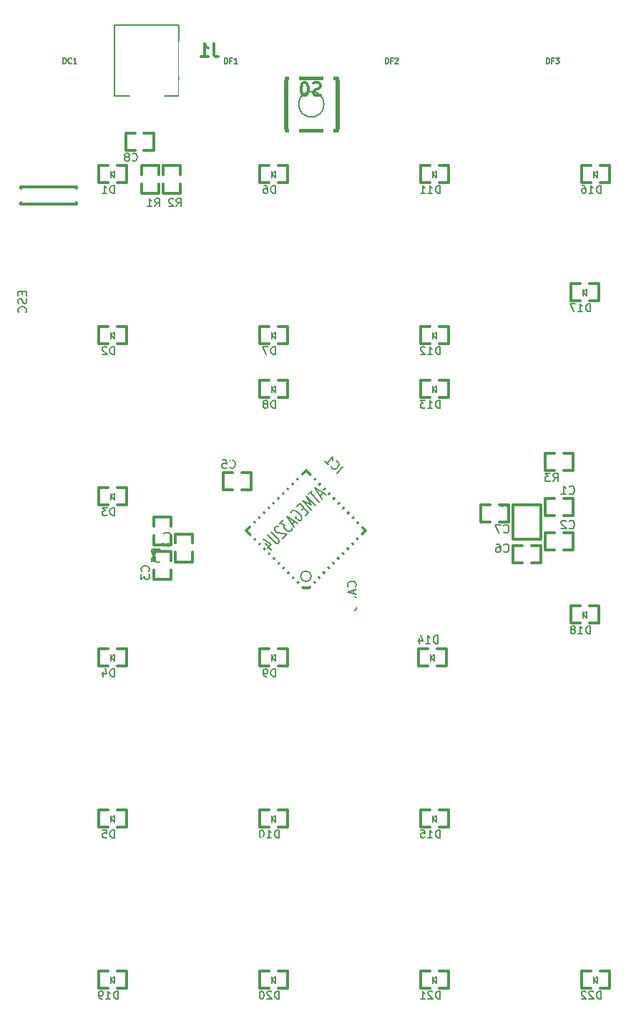
<source format=gbo>
G04 (created by PCBNEW (2013-02-13 BZR 3947)-testing) date 9/17/2013 2:51:24 PM*
%MOIN*%
G04 Gerber Fmt 3.4, Leading zero omitted, Abs format*
%FSLAX34Y34*%
G01*
G70*
G90*
G04 APERTURE LIST*
%ADD10C,0*%
%ADD11C,0.00787402*%
%ADD12C,0.0079*%
%ADD13C,0.015*%
%ADD14C,0.011811*%
%ADD15C,0.012*%
%ADD16C,0.008*%
%ADD17C,0.00625197*%
%ADD18C,0.005*%
%ADD19O,0.4017X0.2049*%
%ADD20R,0.0473701X0.130047*%
%ADD21R,0.0887X0.1655*%
%ADD22R,0.0887X0.1458*%
%ADD23O,0.0277008X0.106425*%
%ADD24C,0.0434331*%
%ADD25R,0.0533X0.0631*%
%ADD26C,0.024*%
%ADD27R,0.043X0.063*%
%ADD28R,0.063X0.043*%
%ADD29C,0.0788661*%
%ADD30C,0.0709921*%
%ADD31C,0.098*%
%ADD32C,0.165*%
%ADD33C,0.075*%
%ADD34O,0.083X0.093*%
%ADD35R,0.083X0.093*%
%ADD36C,0.0473701*%
%ADD37C,0.128*%
G04 APERTURE END LIST*
G54D10*
G54D11*
X16898Y-25327D02*
X16916Y-25309D01*
X16935Y-25252D01*
X16935Y-25215D01*
X16916Y-25159D01*
X16879Y-25121D01*
X16841Y-25102D01*
X16767Y-25084D01*
X16710Y-25084D01*
X16635Y-25102D01*
X16598Y-25121D01*
X16560Y-25159D01*
X16542Y-25215D01*
X16542Y-25252D01*
X16560Y-25309D01*
X16579Y-25327D01*
X16823Y-25477D02*
X16823Y-25665D01*
X16935Y-25440D02*
X16542Y-25571D01*
X16935Y-25702D01*
X16935Y-25834D02*
X16542Y-25834D01*
X16542Y-25984D01*
X16560Y-26021D01*
X16579Y-26040D01*
X16617Y-26059D01*
X16673Y-26059D01*
X16710Y-26040D01*
X16729Y-26021D01*
X16748Y-25984D01*
X16748Y-25834D01*
X16916Y-26208D02*
X16935Y-26265D01*
X16935Y-26358D01*
X16916Y-26396D01*
X16898Y-26415D01*
X16860Y-26433D01*
X16823Y-26433D01*
X16785Y-26415D01*
X16767Y-26396D01*
X16748Y-26358D01*
X16729Y-26283D01*
X16710Y-26246D01*
X16692Y-26227D01*
X16654Y-26208D01*
X16617Y-26208D01*
X16579Y-26227D01*
X16560Y-26246D01*
X16542Y-26283D01*
X16542Y-26377D01*
X16560Y-26433D01*
X1379Y-11590D02*
X1379Y-11721D01*
X1585Y-11777D02*
X1585Y-11590D01*
X1192Y-11590D01*
X1192Y-11777D01*
X1566Y-11927D02*
X1585Y-11984D01*
X1585Y-12077D01*
X1566Y-12115D01*
X1548Y-12134D01*
X1510Y-12152D01*
X1473Y-12152D01*
X1435Y-12134D01*
X1417Y-12115D01*
X1398Y-12077D01*
X1379Y-12002D01*
X1360Y-11965D01*
X1342Y-11946D01*
X1304Y-11927D01*
X1267Y-11927D01*
X1229Y-11946D01*
X1210Y-11965D01*
X1192Y-12002D01*
X1192Y-12096D01*
X1210Y-12152D01*
X1548Y-12546D02*
X1566Y-12527D01*
X1585Y-12471D01*
X1585Y-12434D01*
X1566Y-12377D01*
X1529Y-12340D01*
X1491Y-12321D01*
X1417Y-12302D01*
X1360Y-12302D01*
X1285Y-12321D01*
X1248Y-12340D01*
X1210Y-12377D01*
X1192Y-12434D01*
X1192Y-12471D01*
X1210Y-12527D01*
X1229Y-12546D01*
G54D12*
X15442Y-2871D02*
G75*
G03X15442Y-2871I-591J0D01*
G74*
G01*
X15776Y-4091D02*
X15776Y-4288D01*
X15776Y-4288D02*
X15501Y-4288D01*
X15501Y-4288D02*
X15501Y-4091D01*
X13926Y-4288D02*
X13926Y-4091D01*
X14201Y-4288D02*
X13926Y-4288D01*
X14201Y-4091D02*
X14201Y-4288D01*
X14201Y-1651D02*
X14201Y-1454D01*
X14201Y-1454D02*
X13926Y-1454D01*
X13926Y-1454D02*
X13926Y-1651D01*
X15776Y-1651D02*
X15776Y-1454D01*
X15776Y-1454D02*
X15501Y-1454D01*
X15501Y-1454D02*
X15501Y-1651D01*
G54D13*
X13631Y-3973D02*
X13631Y-1769D01*
X16071Y-3973D02*
X16071Y-1769D01*
X16032Y-4091D02*
X16032Y-1651D01*
X16032Y-1651D02*
X13670Y-1651D01*
X13670Y-1651D02*
X13670Y-4091D01*
X13670Y-4091D02*
X16032Y-4091D01*
G54D12*
X8015Y-2488D02*
X8665Y-2488D01*
X8665Y-2488D02*
X8665Y811D01*
X8665Y811D02*
X5665Y811D01*
X5665Y811D02*
X5665Y-2488D01*
X5665Y-2488D02*
X6365Y-2488D01*
G54D14*
X24251Y-23120D02*
X25551Y-23120D01*
X25551Y-23120D02*
X25551Y-21520D01*
X25551Y-21520D02*
X24251Y-21520D01*
X24251Y-21520D02*
X24251Y-23120D01*
G54D15*
X17387Y-22720D02*
X14601Y-19934D01*
X14601Y-19934D02*
X11815Y-22720D01*
X14467Y-25372D02*
X11815Y-22720D01*
X14735Y-25372D02*
X17387Y-22720D01*
X14467Y-25372D02*
X14735Y-25372D01*
G54D16*
X14851Y-24842D02*
G75*
G03X14851Y-24842I-250J0D01*
G74*
G01*
G54D14*
X7058Y-5021D02*
X7501Y-5021D01*
X7501Y-5021D02*
X7501Y-4221D01*
X7501Y-4221D02*
X7058Y-4221D01*
X6633Y-5021D02*
X6201Y-5021D01*
X6201Y-5021D02*
X6201Y-4221D01*
X6201Y-4221D02*
X6633Y-4221D01*
X26609Y-22020D02*
X27051Y-22020D01*
X27051Y-22020D02*
X27051Y-21220D01*
X27051Y-21220D02*
X26609Y-21220D01*
X26183Y-22020D02*
X25751Y-22020D01*
X25751Y-22020D02*
X25751Y-21220D01*
X25751Y-21220D02*
X26183Y-21220D01*
X26609Y-23620D02*
X27051Y-23620D01*
X27051Y-23620D02*
X27051Y-22820D01*
X27051Y-22820D02*
X26609Y-22820D01*
X26183Y-23620D02*
X25751Y-23620D01*
X25751Y-23620D02*
X25751Y-22820D01*
X25751Y-22820D02*
X26183Y-22820D01*
X8501Y-23728D02*
X8501Y-24170D01*
X8501Y-24170D02*
X9301Y-24170D01*
X9301Y-24170D02*
X9301Y-23728D01*
X8501Y-23302D02*
X8501Y-22870D01*
X8501Y-22870D02*
X9301Y-22870D01*
X9301Y-22870D02*
X9301Y-23302D01*
X11188Y-20034D02*
X10746Y-20034D01*
X10746Y-20034D02*
X10746Y-20834D01*
X10746Y-20834D02*
X11188Y-20834D01*
X11614Y-20034D02*
X12046Y-20034D01*
X12046Y-20034D02*
X12046Y-20834D01*
X12046Y-20834D02*
X11614Y-20834D01*
X25109Y-24220D02*
X25551Y-24220D01*
X25551Y-24220D02*
X25551Y-23420D01*
X25551Y-23420D02*
X25109Y-23420D01*
X24683Y-24220D02*
X24251Y-24220D01*
X24251Y-24220D02*
X24251Y-23420D01*
X24251Y-23420D02*
X24683Y-23420D01*
X23609Y-22320D02*
X24051Y-22320D01*
X24051Y-22320D02*
X24051Y-21520D01*
X24051Y-21520D02*
X23609Y-21520D01*
X23183Y-22320D02*
X22751Y-22320D01*
X22751Y-22320D02*
X22751Y-21520D01*
X22751Y-21520D02*
X23183Y-21520D01*
X7751Y-6163D02*
X7751Y-5721D01*
X7751Y-5721D02*
X6951Y-5721D01*
X6951Y-5721D02*
X6951Y-6163D01*
X7751Y-6589D02*
X7751Y-7021D01*
X7751Y-7021D02*
X6951Y-7021D01*
X6951Y-7021D02*
X6951Y-6589D01*
X8751Y-6163D02*
X8751Y-5721D01*
X8751Y-5721D02*
X7951Y-5721D01*
X7951Y-5721D02*
X7951Y-6163D01*
X8751Y-6589D02*
X8751Y-7021D01*
X8751Y-7021D02*
X7951Y-7021D01*
X7951Y-7021D02*
X7951Y-6589D01*
X8301Y-24113D02*
X8301Y-23670D01*
X8301Y-23670D02*
X7501Y-23670D01*
X7501Y-23670D02*
X7501Y-24113D01*
X8301Y-24538D02*
X8301Y-24970D01*
X8301Y-24970D02*
X7501Y-24970D01*
X7501Y-24970D02*
X7501Y-24538D01*
X26609Y-19920D02*
X27051Y-19920D01*
X27051Y-19920D02*
X27051Y-19120D01*
X27051Y-19120D02*
X26609Y-19120D01*
X26183Y-19920D02*
X25751Y-19920D01*
X25751Y-19920D02*
X25751Y-19120D01*
X25751Y-19120D02*
X26183Y-19120D01*
X8301Y-22513D02*
X8301Y-22070D01*
X8301Y-22070D02*
X7501Y-22070D01*
X7501Y-22070D02*
X7501Y-22513D01*
X8301Y-22938D02*
X8301Y-23370D01*
X8301Y-23370D02*
X7501Y-23370D01*
X7501Y-23370D02*
X7501Y-22938D01*
X27894Y-43220D02*
X27451Y-43220D01*
X27451Y-43220D02*
X27451Y-44020D01*
X27451Y-44020D02*
X27894Y-44020D01*
X28319Y-43220D02*
X28751Y-43220D01*
X28751Y-43220D02*
X28751Y-44020D01*
X28751Y-44020D02*
X28319Y-44020D01*
G54D11*
X28001Y-43470D02*
X28001Y-43770D01*
X28176Y-43470D02*
X28176Y-43770D01*
X28176Y-43770D02*
X28026Y-43620D01*
X28026Y-43620D02*
X28176Y-43470D01*
G54D14*
X20394Y-43220D02*
X19951Y-43220D01*
X19951Y-43220D02*
X19951Y-44020D01*
X19951Y-44020D02*
X20394Y-44020D01*
X20819Y-43220D02*
X21251Y-43220D01*
X21251Y-43220D02*
X21251Y-44020D01*
X21251Y-44020D02*
X20819Y-44020D01*
G54D11*
X20501Y-43470D02*
X20501Y-43770D01*
X20676Y-43470D02*
X20676Y-43770D01*
X20676Y-43770D02*
X20526Y-43620D01*
X20526Y-43620D02*
X20676Y-43470D01*
G54D14*
X27394Y-26220D02*
X26951Y-26220D01*
X26951Y-26220D02*
X26951Y-27020D01*
X26951Y-27020D02*
X27394Y-27020D01*
X27819Y-26220D02*
X28251Y-26220D01*
X28251Y-26220D02*
X28251Y-27020D01*
X28251Y-27020D02*
X27819Y-27020D01*
G54D11*
X27501Y-26470D02*
X27501Y-26770D01*
X27676Y-26470D02*
X27676Y-26770D01*
X27676Y-26770D02*
X27526Y-26620D01*
X27526Y-26620D02*
X27676Y-26470D01*
G54D14*
X27394Y-11221D02*
X26951Y-11221D01*
X26951Y-11221D02*
X26951Y-12021D01*
X26951Y-12021D02*
X27394Y-12021D01*
X27819Y-11221D02*
X28251Y-11221D01*
X28251Y-11221D02*
X28251Y-12021D01*
X28251Y-12021D02*
X27819Y-12021D01*
G54D11*
X27501Y-11471D02*
X27501Y-11771D01*
X27676Y-11471D02*
X27676Y-11771D01*
X27676Y-11771D02*
X27526Y-11621D01*
X27526Y-11621D02*
X27676Y-11471D01*
G54D14*
X27894Y-5721D02*
X27451Y-5721D01*
X27451Y-5721D02*
X27451Y-6521D01*
X27451Y-6521D02*
X27894Y-6521D01*
X28319Y-5721D02*
X28751Y-5721D01*
X28751Y-5721D02*
X28751Y-6521D01*
X28751Y-6521D02*
X28319Y-6521D01*
G54D11*
X28001Y-5971D02*
X28001Y-6271D01*
X28176Y-5971D02*
X28176Y-6271D01*
X28176Y-6271D02*
X28026Y-6121D01*
X28026Y-6121D02*
X28176Y-5971D01*
G54D14*
X20294Y-28220D02*
X19851Y-28220D01*
X19851Y-28220D02*
X19851Y-29020D01*
X19851Y-29020D02*
X20294Y-29020D01*
X20719Y-28220D02*
X21151Y-28220D01*
X21151Y-28220D02*
X21151Y-29020D01*
X21151Y-29020D02*
X20719Y-29020D01*
G54D11*
X20401Y-28470D02*
X20401Y-28770D01*
X20576Y-28470D02*
X20576Y-28770D01*
X20576Y-28770D02*
X20426Y-28620D01*
X20426Y-28620D02*
X20576Y-28470D01*
G54D14*
X20394Y-15720D02*
X19951Y-15720D01*
X19951Y-15720D02*
X19951Y-16520D01*
X19951Y-16520D02*
X20394Y-16520D01*
X20819Y-15720D02*
X21251Y-15720D01*
X21251Y-15720D02*
X21251Y-16520D01*
X21251Y-16520D02*
X20819Y-16520D01*
G54D11*
X20501Y-15970D02*
X20501Y-16270D01*
X20676Y-15970D02*
X20676Y-16270D01*
X20676Y-16270D02*
X20526Y-16120D01*
X20526Y-16120D02*
X20676Y-15970D01*
G54D14*
X20394Y-13221D02*
X19951Y-13221D01*
X19951Y-13221D02*
X19951Y-14021D01*
X19951Y-14021D02*
X20394Y-14021D01*
X20819Y-13221D02*
X21251Y-13221D01*
X21251Y-13221D02*
X21251Y-14021D01*
X21251Y-14021D02*
X20819Y-14021D01*
G54D11*
X20501Y-13471D02*
X20501Y-13771D01*
X20676Y-13471D02*
X20676Y-13771D01*
X20676Y-13771D02*
X20526Y-13621D01*
X20526Y-13621D02*
X20676Y-13471D01*
G54D14*
X20394Y-5721D02*
X19951Y-5721D01*
X19951Y-5721D02*
X19951Y-6521D01*
X19951Y-6521D02*
X20394Y-6521D01*
X20819Y-5721D02*
X21251Y-5721D01*
X21251Y-5721D02*
X21251Y-6521D01*
X21251Y-6521D02*
X20819Y-6521D01*
G54D11*
X20501Y-5971D02*
X20501Y-6271D01*
X20676Y-5971D02*
X20676Y-6271D01*
X20676Y-6271D02*
X20526Y-6121D01*
X20526Y-6121D02*
X20676Y-5971D01*
G54D14*
X1101Y-7121D02*
X1301Y-7121D01*
X4101Y-7121D02*
X3901Y-7121D01*
X3901Y-7121D02*
X3901Y-7521D01*
X3901Y-7521D02*
X1301Y-7521D01*
X1301Y-7521D02*
X1301Y-6721D01*
X1301Y-6721D02*
X3901Y-6721D01*
X3901Y-6721D02*
X3901Y-7121D01*
X12893Y-28220D02*
X12451Y-28220D01*
X12451Y-28220D02*
X12451Y-29020D01*
X12451Y-29020D02*
X12893Y-29020D01*
X13319Y-28220D02*
X13751Y-28220D01*
X13751Y-28220D02*
X13751Y-29020D01*
X13751Y-29020D02*
X13319Y-29020D01*
G54D11*
X13001Y-28470D02*
X13001Y-28770D01*
X13176Y-28470D02*
X13176Y-28770D01*
X13176Y-28770D02*
X13026Y-28620D01*
X13026Y-28620D02*
X13176Y-28470D01*
G54D14*
X12893Y-43220D02*
X12451Y-43220D01*
X12451Y-43220D02*
X12451Y-44020D01*
X12451Y-44020D02*
X12893Y-44020D01*
X13319Y-43220D02*
X13751Y-43220D01*
X13751Y-43220D02*
X13751Y-44020D01*
X13751Y-44020D02*
X13319Y-44020D01*
G54D11*
X13001Y-43470D02*
X13001Y-43770D01*
X13176Y-43470D02*
X13176Y-43770D01*
X13176Y-43770D02*
X13026Y-43620D01*
X13026Y-43620D02*
X13176Y-43470D01*
G54D14*
X5393Y-43220D02*
X4951Y-43220D01*
X4951Y-43220D02*
X4951Y-44020D01*
X4951Y-44020D02*
X5393Y-44020D01*
X5819Y-43220D02*
X6251Y-43220D01*
X6251Y-43220D02*
X6251Y-44020D01*
X6251Y-44020D02*
X5819Y-44020D01*
G54D11*
X5501Y-43470D02*
X5501Y-43770D01*
X5676Y-43470D02*
X5676Y-43770D01*
X5676Y-43770D02*
X5526Y-43620D01*
X5526Y-43620D02*
X5676Y-43470D01*
G54D14*
X20394Y-35720D02*
X19951Y-35720D01*
X19951Y-35720D02*
X19951Y-36520D01*
X19951Y-36520D02*
X20394Y-36520D01*
X20819Y-35720D02*
X21251Y-35720D01*
X21251Y-35720D02*
X21251Y-36520D01*
X21251Y-36520D02*
X20819Y-36520D01*
G54D11*
X20501Y-35970D02*
X20501Y-36270D01*
X20676Y-35970D02*
X20676Y-36270D01*
X20676Y-36270D02*
X20526Y-36120D01*
X20526Y-36120D02*
X20676Y-35970D01*
G54D14*
X12893Y-35720D02*
X12451Y-35720D01*
X12451Y-35720D02*
X12451Y-36520D01*
X12451Y-36520D02*
X12893Y-36520D01*
X13319Y-35720D02*
X13751Y-35720D01*
X13751Y-35720D02*
X13751Y-36520D01*
X13751Y-36520D02*
X13319Y-36520D01*
G54D11*
X13001Y-35970D02*
X13001Y-36270D01*
X13176Y-35970D02*
X13176Y-36270D01*
X13176Y-36270D02*
X13026Y-36120D01*
X13026Y-36120D02*
X13176Y-35970D01*
G54D14*
X5393Y-35720D02*
X4951Y-35720D01*
X4951Y-35720D02*
X4951Y-36520D01*
X4951Y-36520D02*
X5393Y-36520D01*
X5819Y-35720D02*
X6251Y-35720D01*
X6251Y-35720D02*
X6251Y-36520D01*
X6251Y-36520D02*
X5819Y-36520D01*
G54D11*
X5501Y-35970D02*
X5501Y-36270D01*
X5676Y-35970D02*
X5676Y-36270D01*
X5676Y-36270D02*
X5526Y-36120D01*
X5526Y-36120D02*
X5676Y-35970D01*
G54D14*
X5393Y-20720D02*
X4951Y-20720D01*
X4951Y-20720D02*
X4951Y-21520D01*
X4951Y-21520D02*
X5393Y-21520D01*
X5819Y-20720D02*
X6251Y-20720D01*
X6251Y-20720D02*
X6251Y-21520D01*
X6251Y-21520D02*
X5819Y-21520D01*
G54D11*
X5501Y-20970D02*
X5501Y-21270D01*
X5676Y-20970D02*
X5676Y-21270D01*
X5676Y-21270D02*
X5526Y-21120D01*
X5526Y-21120D02*
X5676Y-20970D01*
G54D14*
X5393Y-5721D02*
X4951Y-5721D01*
X4951Y-5721D02*
X4951Y-6521D01*
X4951Y-6521D02*
X5393Y-6521D01*
X5819Y-5721D02*
X6251Y-5721D01*
X6251Y-5721D02*
X6251Y-6521D01*
X6251Y-6521D02*
X5819Y-6521D01*
G54D11*
X5501Y-5971D02*
X5501Y-6271D01*
X5676Y-5971D02*
X5676Y-6271D01*
X5676Y-6271D02*
X5526Y-6121D01*
X5526Y-6121D02*
X5676Y-5971D01*
G54D14*
X12893Y-15720D02*
X12451Y-15720D01*
X12451Y-15720D02*
X12451Y-16520D01*
X12451Y-16520D02*
X12893Y-16520D01*
X13319Y-15720D02*
X13751Y-15720D01*
X13751Y-15720D02*
X13751Y-16520D01*
X13751Y-16520D02*
X13319Y-16520D01*
G54D11*
X13001Y-15970D02*
X13001Y-16270D01*
X13176Y-15970D02*
X13176Y-16270D01*
X13176Y-16270D02*
X13026Y-16120D01*
X13026Y-16120D02*
X13176Y-15970D01*
G54D14*
X12893Y-13221D02*
X12451Y-13221D01*
X12451Y-13221D02*
X12451Y-14021D01*
X12451Y-14021D02*
X12893Y-14021D01*
X13319Y-13221D02*
X13751Y-13221D01*
X13751Y-13221D02*
X13751Y-14021D01*
X13751Y-14021D02*
X13319Y-14021D01*
G54D11*
X13001Y-13471D02*
X13001Y-13771D01*
X13176Y-13471D02*
X13176Y-13771D01*
X13176Y-13771D02*
X13026Y-13621D01*
X13026Y-13621D02*
X13176Y-13471D01*
G54D14*
X5393Y-28220D02*
X4951Y-28220D01*
X4951Y-28220D02*
X4951Y-29020D01*
X4951Y-29020D02*
X5393Y-29020D01*
X5819Y-28220D02*
X6251Y-28220D01*
X6251Y-28220D02*
X6251Y-29020D01*
X6251Y-29020D02*
X5819Y-29020D01*
G54D11*
X5501Y-28470D02*
X5501Y-28770D01*
X5676Y-28470D02*
X5676Y-28770D01*
X5676Y-28770D02*
X5526Y-28620D01*
X5526Y-28620D02*
X5676Y-28470D01*
G54D14*
X5393Y-13221D02*
X4951Y-13221D01*
X4951Y-13221D02*
X4951Y-14021D01*
X4951Y-14021D02*
X5393Y-14021D01*
X5819Y-13221D02*
X6251Y-13221D01*
X6251Y-13221D02*
X6251Y-14021D01*
X6251Y-14021D02*
X5819Y-14021D01*
G54D11*
X5501Y-13471D02*
X5501Y-13771D01*
X5676Y-13471D02*
X5676Y-13771D01*
X5676Y-13771D02*
X5526Y-13621D01*
X5526Y-13621D02*
X5676Y-13471D01*
G54D14*
X12893Y-5721D02*
X12451Y-5721D01*
X12451Y-5721D02*
X12451Y-6521D01*
X12451Y-6521D02*
X12893Y-6521D01*
X13319Y-5721D02*
X13751Y-5721D01*
X13751Y-5721D02*
X13751Y-6521D01*
X13751Y-6521D02*
X13319Y-6521D01*
G54D11*
X13001Y-5971D02*
X13001Y-6271D01*
X13176Y-5971D02*
X13176Y-6271D01*
X13176Y-6271D02*
X13026Y-6121D01*
X13026Y-6121D02*
X13176Y-5971D01*
G54D15*
X15283Y-2438D02*
X15198Y-2467D01*
X15055Y-2467D01*
X14998Y-2438D01*
X14969Y-2410D01*
X14940Y-2353D01*
X14940Y-2296D01*
X14969Y-2238D01*
X14998Y-2210D01*
X15055Y-2181D01*
X15169Y-2153D01*
X15226Y-2124D01*
X15255Y-2096D01*
X15283Y-2038D01*
X15283Y-1981D01*
X15255Y-1924D01*
X15226Y-1896D01*
X15169Y-1867D01*
X15026Y-1867D01*
X14940Y-1896D01*
X14569Y-1867D02*
X14512Y-1867D01*
X14455Y-1896D01*
X14426Y-1924D01*
X14398Y-1981D01*
X14369Y-2096D01*
X14369Y-2238D01*
X14398Y-2353D01*
X14426Y-2410D01*
X14455Y-2438D01*
X14512Y-2467D01*
X14569Y-2467D01*
X14626Y-2438D01*
X14655Y-2410D01*
X14683Y-2353D01*
X14712Y-2238D01*
X14712Y-2096D01*
X14683Y-1981D01*
X14655Y-1924D01*
X14626Y-1896D01*
X14569Y-1867D01*
X10301Y-64D02*
X10301Y-493D01*
X10329Y-579D01*
X10387Y-636D01*
X10472Y-664D01*
X10529Y-664D01*
X9701Y-664D02*
X10044Y-664D01*
X9872Y-664D02*
X9872Y-64D01*
X9929Y-150D01*
X9987Y-207D01*
X10044Y-236D01*
G54D17*
X23667Y-21552D02*
X24060Y-21814D01*
X23667Y-21814D02*
X24060Y-21552D01*
X24060Y-22170D02*
X24060Y-21945D01*
X24060Y-22058D02*
X23667Y-22058D01*
X23723Y-22020D01*
X23760Y-21983D01*
X23779Y-21945D01*
X16048Y-20046D02*
X16327Y-19767D01*
X15783Y-19728D02*
X15783Y-19754D01*
X15810Y-19807D01*
X15836Y-19834D01*
X15889Y-19860D01*
X15942Y-19860D01*
X15982Y-19847D01*
X16048Y-19807D01*
X16088Y-19767D01*
X16128Y-19701D01*
X16141Y-19661D01*
X16141Y-19608D01*
X16115Y-19555D01*
X16088Y-19529D01*
X16035Y-19502D01*
X16009Y-19502D01*
X15492Y-19489D02*
X15651Y-19648D01*
X15571Y-19569D02*
X15849Y-19290D01*
X15836Y-19357D01*
X15836Y-19410D01*
X15849Y-19449D01*
G54D16*
X15401Y-20961D02*
X15266Y-21096D01*
X15549Y-21055D02*
X15030Y-20725D01*
X15360Y-21244D01*
X14882Y-20873D02*
X14720Y-21035D01*
X15225Y-21379D02*
X14801Y-20954D01*
X15050Y-21554D02*
X14626Y-21129D01*
X14835Y-21527D01*
X14438Y-21318D01*
X14862Y-21742D01*
X14505Y-21655D02*
X14411Y-21749D01*
X14592Y-22012D02*
X14727Y-21877D01*
X14303Y-21453D01*
X14168Y-21587D01*
X13919Y-21877D02*
X13926Y-21830D01*
X13966Y-21789D01*
X14027Y-21769D01*
X14094Y-21783D01*
X14148Y-21810D01*
X14242Y-21877D01*
X14303Y-21937D01*
X14370Y-22032D01*
X14397Y-22086D01*
X14411Y-22153D01*
X14390Y-22214D01*
X14363Y-22241D01*
X14303Y-22261D01*
X14269Y-22254D01*
X14128Y-22113D01*
X14182Y-22059D01*
X14081Y-22281D02*
X13946Y-22416D01*
X14229Y-22375D02*
X13710Y-22045D01*
X14040Y-22564D01*
X13549Y-22207D02*
X13374Y-22382D01*
X13629Y-22449D01*
X13589Y-22490D01*
X13582Y-22537D01*
X13589Y-22571D01*
X13616Y-22624D01*
X13717Y-22725D01*
X13771Y-22752D01*
X13805Y-22759D01*
X13852Y-22752D01*
X13932Y-22672D01*
X13939Y-22624D01*
X13932Y-22591D01*
X13306Y-22530D02*
X13273Y-22523D01*
X13225Y-22530D01*
X13158Y-22597D01*
X13151Y-22645D01*
X13158Y-22678D01*
X13185Y-22732D01*
X13225Y-22773D01*
X13299Y-22820D01*
X13704Y-22901D01*
X13528Y-23076D01*
X12983Y-22773D02*
X13326Y-23116D01*
X13353Y-23170D01*
X13360Y-23204D01*
X13353Y-23251D01*
X13299Y-23305D01*
X13252Y-23311D01*
X13219Y-23305D01*
X13165Y-23278D01*
X12821Y-22934D01*
X12707Y-23332D02*
X12990Y-23614D01*
X12613Y-23103D02*
X12983Y-23338D01*
X12808Y-23513D01*
G54D17*
X6512Y-5485D02*
X6530Y-5502D01*
X6582Y-5520D01*
X6617Y-5520D01*
X6670Y-5502D01*
X6705Y-5467D01*
X6723Y-5432D01*
X6740Y-5362D01*
X6740Y-5309D01*
X6723Y-5239D01*
X6705Y-5204D01*
X6670Y-5169D01*
X6617Y-5151D01*
X6582Y-5151D01*
X6530Y-5169D01*
X6512Y-5187D01*
X6302Y-5309D02*
X6337Y-5292D01*
X6354Y-5274D01*
X6372Y-5239D01*
X6372Y-5222D01*
X6354Y-5187D01*
X6337Y-5169D01*
X6302Y-5151D01*
X6232Y-5151D01*
X6197Y-5169D01*
X6179Y-5187D01*
X6162Y-5222D01*
X6162Y-5239D01*
X6179Y-5274D01*
X6197Y-5292D01*
X6232Y-5309D01*
X6302Y-5309D01*
X6337Y-5327D01*
X6354Y-5344D01*
X6372Y-5379D01*
X6372Y-5449D01*
X6354Y-5485D01*
X6337Y-5502D01*
X6302Y-5520D01*
X6232Y-5520D01*
X6197Y-5502D01*
X6179Y-5485D01*
X6162Y-5449D01*
X6162Y-5379D01*
X6179Y-5344D01*
X6197Y-5327D01*
X6232Y-5309D01*
X26867Y-20992D02*
X26885Y-21011D01*
X26942Y-21030D01*
X26979Y-21030D01*
X27035Y-21011D01*
X27073Y-20973D01*
X27092Y-20936D01*
X27110Y-20861D01*
X27110Y-20805D01*
X27092Y-20730D01*
X27073Y-20692D01*
X27035Y-20655D01*
X26979Y-20636D01*
X26942Y-20636D01*
X26885Y-20655D01*
X26867Y-20674D01*
X26492Y-21030D02*
X26717Y-21030D01*
X26604Y-21030D02*
X26604Y-20636D01*
X26642Y-20692D01*
X26679Y-20730D01*
X26717Y-20749D01*
X26867Y-22592D02*
X26885Y-22611D01*
X26942Y-22630D01*
X26979Y-22630D01*
X27035Y-22611D01*
X27073Y-22573D01*
X27092Y-22536D01*
X27110Y-22461D01*
X27110Y-22405D01*
X27092Y-22330D01*
X27073Y-22292D01*
X27035Y-22255D01*
X26979Y-22236D01*
X26942Y-22236D01*
X26885Y-22255D01*
X26867Y-22274D01*
X26717Y-22274D02*
X26698Y-22255D01*
X26660Y-22236D01*
X26567Y-22236D01*
X26529Y-22255D01*
X26510Y-22274D01*
X26492Y-22311D01*
X26492Y-22349D01*
X26510Y-22405D01*
X26735Y-22630D01*
X26492Y-22630D01*
X8273Y-23055D02*
X8291Y-23036D01*
X8310Y-22980D01*
X8310Y-22942D01*
X8291Y-22886D01*
X8254Y-22849D01*
X8216Y-22830D01*
X8142Y-22811D01*
X8085Y-22811D01*
X8010Y-22830D01*
X7973Y-22849D01*
X7935Y-22886D01*
X7917Y-22942D01*
X7917Y-22980D01*
X7935Y-23036D01*
X7954Y-23055D01*
X8048Y-23392D02*
X8310Y-23392D01*
X7898Y-23298D02*
X8179Y-23205D01*
X8179Y-23448D01*
X11062Y-19781D02*
X11080Y-19799D01*
X11137Y-19818D01*
X11174Y-19818D01*
X11230Y-19799D01*
X11268Y-19762D01*
X11287Y-19724D01*
X11305Y-19649D01*
X11305Y-19593D01*
X11287Y-19518D01*
X11268Y-19481D01*
X11230Y-19443D01*
X11174Y-19424D01*
X11137Y-19424D01*
X11080Y-19443D01*
X11062Y-19462D01*
X10705Y-19424D02*
X10893Y-19424D01*
X10912Y-19612D01*
X10893Y-19593D01*
X10855Y-19574D01*
X10762Y-19574D01*
X10724Y-19593D01*
X10705Y-19612D01*
X10687Y-19649D01*
X10687Y-19743D01*
X10705Y-19781D01*
X10724Y-19799D01*
X10762Y-19818D01*
X10855Y-19818D01*
X10893Y-19799D01*
X10912Y-19781D01*
X23817Y-23692D02*
X23835Y-23711D01*
X23892Y-23730D01*
X23929Y-23730D01*
X23985Y-23711D01*
X24023Y-23673D01*
X24042Y-23636D01*
X24060Y-23561D01*
X24060Y-23505D01*
X24042Y-23430D01*
X24023Y-23392D01*
X23985Y-23355D01*
X23929Y-23336D01*
X23892Y-23336D01*
X23835Y-23355D01*
X23817Y-23374D01*
X23479Y-23336D02*
X23554Y-23336D01*
X23592Y-23355D01*
X23610Y-23374D01*
X23648Y-23430D01*
X23667Y-23505D01*
X23667Y-23655D01*
X23648Y-23692D01*
X23629Y-23711D01*
X23592Y-23730D01*
X23517Y-23730D01*
X23479Y-23711D01*
X23460Y-23692D01*
X23442Y-23655D01*
X23442Y-23561D01*
X23460Y-23523D01*
X23479Y-23505D01*
X23517Y-23486D01*
X23592Y-23486D01*
X23629Y-23505D01*
X23648Y-23523D01*
X23667Y-23561D01*
X23817Y-22792D02*
X23835Y-22811D01*
X23892Y-22830D01*
X23929Y-22830D01*
X23985Y-22811D01*
X24023Y-22773D01*
X24042Y-22736D01*
X24060Y-22661D01*
X24060Y-22605D01*
X24042Y-22530D01*
X24023Y-22492D01*
X23985Y-22455D01*
X23929Y-22436D01*
X23892Y-22436D01*
X23835Y-22455D01*
X23817Y-22474D01*
X23685Y-22436D02*
X23423Y-22436D01*
X23592Y-22830D01*
X7562Y-7620D02*
X7685Y-7444D01*
X7773Y-7620D02*
X7773Y-7251D01*
X7632Y-7251D01*
X7597Y-7269D01*
X7580Y-7287D01*
X7562Y-7322D01*
X7562Y-7374D01*
X7580Y-7409D01*
X7597Y-7427D01*
X7632Y-7444D01*
X7773Y-7444D01*
X7212Y-7620D02*
X7422Y-7620D01*
X7317Y-7620D02*
X7317Y-7251D01*
X7352Y-7304D01*
X7387Y-7339D01*
X7422Y-7357D01*
X8562Y-7620D02*
X8685Y-7444D01*
X8773Y-7620D02*
X8773Y-7251D01*
X8632Y-7251D01*
X8597Y-7269D01*
X8580Y-7287D01*
X8562Y-7322D01*
X8562Y-7374D01*
X8580Y-7409D01*
X8597Y-7427D01*
X8632Y-7444D01*
X8773Y-7444D01*
X8422Y-7287D02*
X8404Y-7269D01*
X8369Y-7251D01*
X8282Y-7251D01*
X8247Y-7269D01*
X8229Y-7287D01*
X8212Y-7322D01*
X8212Y-7357D01*
X8229Y-7409D01*
X8440Y-7620D01*
X8212Y-7620D01*
X7273Y-24605D02*
X7291Y-24586D01*
X7310Y-24530D01*
X7310Y-24492D01*
X7291Y-24436D01*
X7254Y-24399D01*
X7216Y-24380D01*
X7142Y-24361D01*
X7085Y-24361D01*
X7010Y-24380D01*
X6973Y-24399D01*
X6935Y-24436D01*
X6917Y-24492D01*
X6917Y-24530D01*
X6935Y-24586D01*
X6954Y-24605D01*
X6917Y-24736D02*
X6917Y-24980D01*
X7067Y-24848D01*
X7067Y-24905D01*
X7085Y-24942D01*
X7104Y-24961D01*
X7142Y-24980D01*
X7235Y-24980D01*
X7273Y-24961D01*
X7291Y-24942D01*
X7310Y-24905D01*
X7310Y-24792D01*
X7291Y-24755D01*
X7273Y-24736D01*
X26117Y-20430D02*
X26248Y-20242D01*
X26342Y-20430D02*
X26342Y-20036D01*
X26192Y-20036D01*
X26154Y-20055D01*
X26135Y-20074D01*
X26117Y-20111D01*
X26117Y-20167D01*
X26135Y-20205D01*
X26154Y-20223D01*
X26192Y-20242D01*
X26342Y-20242D01*
X25985Y-20036D02*
X25742Y-20036D01*
X25873Y-20186D01*
X25817Y-20186D01*
X25779Y-20205D01*
X25760Y-20223D01*
X25742Y-20261D01*
X25742Y-20355D01*
X25760Y-20392D01*
X25779Y-20411D01*
X25817Y-20430D01*
X25929Y-20430D01*
X25967Y-20411D01*
X25985Y-20392D01*
X7810Y-23805D02*
X7623Y-23674D01*
X7810Y-23580D02*
X7417Y-23580D01*
X7417Y-23730D01*
X7435Y-23767D01*
X7454Y-23786D01*
X7492Y-23805D01*
X7548Y-23805D01*
X7585Y-23786D01*
X7604Y-23767D01*
X7623Y-23730D01*
X7623Y-23580D01*
X7417Y-24161D02*
X7417Y-23973D01*
X7604Y-23955D01*
X7585Y-23973D01*
X7567Y-24011D01*
X7567Y-24105D01*
X7585Y-24142D01*
X7604Y-24161D01*
X7642Y-24180D01*
X7735Y-24180D01*
X7773Y-24161D01*
X7791Y-24142D01*
X7810Y-24105D01*
X7810Y-24011D01*
X7791Y-23973D01*
X7773Y-23955D01*
X28348Y-44519D02*
X28348Y-44151D01*
X28260Y-44151D01*
X28208Y-44169D01*
X28173Y-44204D01*
X28155Y-44239D01*
X28138Y-44309D01*
X28138Y-44362D01*
X28155Y-44432D01*
X28173Y-44467D01*
X28208Y-44502D01*
X28260Y-44519D01*
X28348Y-44519D01*
X27997Y-44186D02*
X27980Y-44169D01*
X27945Y-44151D01*
X27857Y-44151D01*
X27822Y-44169D01*
X27805Y-44186D01*
X27787Y-44221D01*
X27787Y-44256D01*
X27805Y-44309D01*
X28015Y-44519D01*
X27787Y-44519D01*
X27647Y-44186D02*
X27629Y-44169D01*
X27594Y-44151D01*
X27507Y-44151D01*
X27472Y-44169D01*
X27454Y-44186D01*
X27437Y-44221D01*
X27437Y-44256D01*
X27454Y-44309D01*
X27664Y-44519D01*
X27437Y-44519D01*
X20848Y-44519D02*
X20848Y-44151D01*
X20760Y-44151D01*
X20708Y-44169D01*
X20673Y-44204D01*
X20655Y-44239D01*
X20638Y-44309D01*
X20638Y-44362D01*
X20655Y-44432D01*
X20673Y-44467D01*
X20708Y-44502D01*
X20760Y-44519D01*
X20848Y-44519D01*
X20497Y-44186D02*
X20480Y-44169D01*
X20445Y-44151D01*
X20357Y-44151D01*
X20322Y-44169D01*
X20305Y-44186D01*
X20287Y-44221D01*
X20287Y-44256D01*
X20305Y-44309D01*
X20515Y-44519D01*
X20287Y-44519D01*
X19937Y-44519D02*
X20147Y-44519D01*
X20042Y-44519D02*
X20042Y-44151D01*
X20077Y-44204D01*
X20112Y-44239D01*
X20147Y-44256D01*
X27848Y-27519D02*
X27848Y-27151D01*
X27760Y-27151D01*
X27708Y-27169D01*
X27673Y-27204D01*
X27655Y-27239D01*
X27638Y-27309D01*
X27638Y-27362D01*
X27655Y-27432D01*
X27673Y-27467D01*
X27708Y-27502D01*
X27760Y-27519D01*
X27848Y-27519D01*
X27287Y-27519D02*
X27497Y-27519D01*
X27392Y-27519D02*
X27392Y-27151D01*
X27427Y-27204D01*
X27462Y-27239D01*
X27497Y-27256D01*
X27077Y-27309D02*
X27112Y-27291D01*
X27129Y-27274D01*
X27147Y-27239D01*
X27147Y-27221D01*
X27129Y-27186D01*
X27112Y-27169D01*
X27077Y-27151D01*
X27007Y-27151D01*
X26972Y-27169D01*
X26954Y-27186D01*
X26937Y-27221D01*
X26937Y-27239D01*
X26954Y-27274D01*
X26972Y-27291D01*
X27007Y-27309D01*
X27077Y-27309D01*
X27112Y-27327D01*
X27129Y-27344D01*
X27147Y-27379D01*
X27147Y-27449D01*
X27129Y-27484D01*
X27112Y-27502D01*
X27077Y-27519D01*
X27007Y-27519D01*
X26972Y-27502D01*
X26954Y-27484D01*
X26937Y-27449D01*
X26937Y-27379D01*
X26954Y-27344D01*
X26972Y-27327D01*
X27007Y-27309D01*
X27848Y-12520D02*
X27848Y-12151D01*
X27760Y-12151D01*
X27708Y-12169D01*
X27673Y-12204D01*
X27655Y-12239D01*
X27638Y-12309D01*
X27638Y-12362D01*
X27655Y-12432D01*
X27673Y-12467D01*
X27708Y-12502D01*
X27760Y-12520D01*
X27848Y-12520D01*
X27287Y-12520D02*
X27497Y-12520D01*
X27392Y-12520D02*
X27392Y-12151D01*
X27427Y-12204D01*
X27462Y-12239D01*
X27497Y-12257D01*
X27164Y-12151D02*
X26919Y-12151D01*
X27077Y-12520D01*
X28348Y-7020D02*
X28348Y-6651D01*
X28260Y-6651D01*
X28208Y-6669D01*
X28173Y-6704D01*
X28155Y-6739D01*
X28138Y-6809D01*
X28138Y-6862D01*
X28155Y-6932D01*
X28173Y-6967D01*
X28208Y-7002D01*
X28260Y-7020D01*
X28348Y-7020D01*
X27787Y-7020D02*
X27997Y-7020D01*
X27892Y-7020D02*
X27892Y-6651D01*
X27927Y-6704D01*
X27962Y-6739D01*
X27997Y-6757D01*
X27472Y-6651D02*
X27542Y-6651D01*
X27577Y-6669D01*
X27594Y-6687D01*
X27629Y-6739D01*
X27647Y-6809D01*
X27647Y-6949D01*
X27629Y-6985D01*
X27612Y-7002D01*
X27577Y-7020D01*
X27507Y-7020D01*
X27472Y-7002D01*
X27454Y-6985D01*
X27437Y-6949D01*
X27437Y-6862D01*
X27454Y-6827D01*
X27472Y-6809D01*
X27507Y-6792D01*
X27577Y-6792D01*
X27612Y-6809D01*
X27629Y-6827D01*
X27647Y-6862D01*
X20748Y-27969D02*
X20748Y-27601D01*
X20660Y-27601D01*
X20608Y-27619D01*
X20573Y-27654D01*
X20555Y-27689D01*
X20538Y-27759D01*
X20538Y-27812D01*
X20555Y-27882D01*
X20573Y-27917D01*
X20608Y-27952D01*
X20660Y-27969D01*
X20748Y-27969D01*
X20187Y-27969D02*
X20397Y-27969D01*
X20292Y-27969D02*
X20292Y-27601D01*
X20327Y-27654D01*
X20362Y-27689D01*
X20397Y-27706D01*
X19872Y-27724D02*
X19872Y-27969D01*
X19959Y-27584D02*
X20047Y-27847D01*
X19819Y-27847D01*
X20848Y-17019D02*
X20848Y-16651D01*
X20760Y-16651D01*
X20708Y-16669D01*
X20673Y-16704D01*
X20655Y-16739D01*
X20638Y-16809D01*
X20638Y-16862D01*
X20655Y-16932D01*
X20673Y-16967D01*
X20708Y-17002D01*
X20760Y-17019D01*
X20848Y-17019D01*
X20287Y-17019D02*
X20497Y-17019D01*
X20392Y-17019D02*
X20392Y-16651D01*
X20427Y-16704D01*
X20462Y-16739D01*
X20497Y-16756D01*
X20164Y-16651D02*
X19937Y-16651D01*
X20059Y-16791D01*
X20007Y-16791D01*
X19972Y-16809D01*
X19954Y-16827D01*
X19937Y-16862D01*
X19937Y-16949D01*
X19954Y-16984D01*
X19972Y-17002D01*
X20007Y-17019D01*
X20112Y-17019D01*
X20147Y-17002D01*
X20164Y-16984D01*
X20848Y-14520D02*
X20848Y-14151D01*
X20760Y-14151D01*
X20708Y-14169D01*
X20673Y-14204D01*
X20655Y-14239D01*
X20638Y-14309D01*
X20638Y-14362D01*
X20655Y-14432D01*
X20673Y-14467D01*
X20708Y-14502D01*
X20760Y-14520D01*
X20848Y-14520D01*
X20287Y-14520D02*
X20497Y-14520D01*
X20392Y-14520D02*
X20392Y-14151D01*
X20427Y-14204D01*
X20462Y-14239D01*
X20497Y-14257D01*
X20147Y-14187D02*
X20129Y-14169D01*
X20094Y-14151D01*
X20007Y-14151D01*
X19972Y-14169D01*
X19954Y-14187D01*
X19937Y-14222D01*
X19937Y-14257D01*
X19954Y-14309D01*
X20164Y-14520D01*
X19937Y-14520D01*
X20848Y-7020D02*
X20848Y-6651D01*
X20760Y-6651D01*
X20708Y-6669D01*
X20673Y-6704D01*
X20655Y-6739D01*
X20638Y-6809D01*
X20638Y-6862D01*
X20655Y-6932D01*
X20673Y-6967D01*
X20708Y-7002D01*
X20760Y-7020D01*
X20848Y-7020D01*
X20287Y-7020D02*
X20497Y-7020D01*
X20392Y-7020D02*
X20392Y-6651D01*
X20427Y-6704D01*
X20462Y-6739D01*
X20497Y-6757D01*
X19937Y-7020D02*
X20147Y-7020D01*
X20042Y-7020D02*
X20042Y-6651D01*
X20077Y-6704D01*
X20112Y-6739D01*
X20147Y-6757D01*
G54D18*
X25809Y-972D02*
X25809Y-722D01*
X25869Y-722D01*
X25905Y-734D01*
X25928Y-757D01*
X25940Y-781D01*
X25952Y-829D01*
X25952Y-865D01*
X25940Y-912D01*
X25928Y-936D01*
X25905Y-960D01*
X25869Y-972D01*
X25809Y-972D01*
X26143Y-841D02*
X26059Y-841D01*
X26059Y-972D02*
X26059Y-722D01*
X26178Y-722D01*
X26250Y-722D02*
X26405Y-722D01*
X26321Y-817D01*
X26357Y-817D01*
X26381Y-829D01*
X26393Y-841D01*
X26405Y-865D01*
X26405Y-924D01*
X26393Y-948D01*
X26381Y-960D01*
X26357Y-972D01*
X26286Y-972D01*
X26262Y-960D01*
X26250Y-948D01*
X3291Y-972D02*
X3291Y-722D01*
X3351Y-722D01*
X3387Y-734D01*
X3410Y-757D01*
X3422Y-781D01*
X3434Y-829D01*
X3434Y-865D01*
X3422Y-912D01*
X3410Y-936D01*
X3387Y-960D01*
X3351Y-972D01*
X3291Y-972D01*
X3684Y-948D02*
X3672Y-960D01*
X3637Y-972D01*
X3613Y-972D01*
X3577Y-960D01*
X3553Y-936D01*
X3541Y-912D01*
X3529Y-865D01*
X3529Y-829D01*
X3541Y-781D01*
X3553Y-757D01*
X3577Y-734D01*
X3613Y-722D01*
X3637Y-722D01*
X3672Y-734D01*
X3684Y-746D01*
X3922Y-972D02*
X3779Y-972D01*
X3851Y-972D02*
X3851Y-722D01*
X3827Y-757D01*
X3803Y-781D01*
X3779Y-793D01*
G54D17*
X13173Y-29519D02*
X13173Y-29151D01*
X13085Y-29151D01*
X13032Y-29169D01*
X12997Y-29204D01*
X12980Y-29239D01*
X12962Y-29309D01*
X12962Y-29362D01*
X12980Y-29432D01*
X12997Y-29467D01*
X13032Y-29502D01*
X13085Y-29519D01*
X13173Y-29519D01*
X12787Y-29519D02*
X12717Y-29519D01*
X12682Y-29502D01*
X12664Y-29484D01*
X12629Y-29432D01*
X12612Y-29362D01*
X12612Y-29221D01*
X12629Y-29186D01*
X12647Y-29169D01*
X12682Y-29151D01*
X12752Y-29151D01*
X12787Y-29169D01*
X12804Y-29186D01*
X12822Y-29221D01*
X12822Y-29309D01*
X12804Y-29344D01*
X12787Y-29362D01*
X12752Y-29379D01*
X12682Y-29379D01*
X12647Y-29362D01*
X12629Y-29344D01*
X12612Y-29309D01*
X13348Y-44519D02*
X13348Y-44151D01*
X13260Y-44151D01*
X13208Y-44169D01*
X13173Y-44204D01*
X13155Y-44239D01*
X13138Y-44309D01*
X13138Y-44362D01*
X13155Y-44432D01*
X13173Y-44467D01*
X13208Y-44502D01*
X13260Y-44519D01*
X13348Y-44519D01*
X12997Y-44186D02*
X12980Y-44169D01*
X12945Y-44151D01*
X12857Y-44151D01*
X12822Y-44169D01*
X12804Y-44186D01*
X12787Y-44221D01*
X12787Y-44256D01*
X12804Y-44309D01*
X13015Y-44519D01*
X12787Y-44519D01*
X12559Y-44151D02*
X12524Y-44151D01*
X12489Y-44169D01*
X12471Y-44186D01*
X12454Y-44221D01*
X12436Y-44291D01*
X12436Y-44379D01*
X12454Y-44449D01*
X12471Y-44484D01*
X12489Y-44502D01*
X12524Y-44519D01*
X12559Y-44519D01*
X12594Y-44502D01*
X12612Y-44484D01*
X12629Y-44449D01*
X12647Y-44379D01*
X12647Y-44291D01*
X12629Y-44221D01*
X12612Y-44186D01*
X12594Y-44169D01*
X12559Y-44151D01*
X5848Y-44519D02*
X5848Y-44151D01*
X5760Y-44151D01*
X5708Y-44169D01*
X5673Y-44204D01*
X5655Y-44239D01*
X5638Y-44309D01*
X5638Y-44362D01*
X5655Y-44432D01*
X5673Y-44467D01*
X5708Y-44502D01*
X5760Y-44519D01*
X5848Y-44519D01*
X5287Y-44519D02*
X5497Y-44519D01*
X5392Y-44519D02*
X5392Y-44151D01*
X5427Y-44204D01*
X5462Y-44239D01*
X5497Y-44256D01*
X5112Y-44519D02*
X5042Y-44519D01*
X5006Y-44502D01*
X4989Y-44484D01*
X4954Y-44432D01*
X4936Y-44362D01*
X4936Y-44221D01*
X4954Y-44186D01*
X4971Y-44169D01*
X5006Y-44151D01*
X5077Y-44151D01*
X5112Y-44169D01*
X5129Y-44186D01*
X5147Y-44221D01*
X5147Y-44309D01*
X5129Y-44344D01*
X5112Y-44362D01*
X5077Y-44379D01*
X5006Y-44379D01*
X4971Y-44362D01*
X4954Y-44344D01*
X4936Y-44309D01*
X20848Y-37019D02*
X20848Y-36651D01*
X20760Y-36651D01*
X20708Y-36669D01*
X20673Y-36704D01*
X20655Y-36739D01*
X20638Y-36809D01*
X20638Y-36862D01*
X20655Y-36932D01*
X20673Y-36967D01*
X20708Y-37002D01*
X20760Y-37019D01*
X20848Y-37019D01*
X20287Y-37019D02*
X20497Y-37019D01*
X20392Y-37019D02*
X20392Y-36651D01*
X20427Y-36704D01*
X20462Y-36739D01*
X20497Y-36756D01*
X19954Y-36651D02*
X20129Y-36651D01*
X20147Y-36827D01*
X20129Y-36809D01*
X20094Y-36791D01*
X20007Y-36791D01*
X19972Y-36809D01*
X19954Y-36827D01*
X19937Y-36862D01*
X19937Y-36949D01*
X19954Y-36984D01*
X19972Y-37002D01*
X20007Y-37019D01*
X20094Y-37019D01*
X20129Y-37002D01*
X20147Y-36984D01*
X13348Y-37019D02*
X13348Y-36651D01*
X13260Y-36651D01*
X13208Y-36669D01*
X13173Y-36704D01*
X13155Y-36739D01*
X13138Y-36809D01*
X13138Y-36862D01*
X13155Y-36932D01*
X13173Y-36967D01*
X13208Y-37002D01*
X13260Y-37019D01*
X13348Y-37019D01*
X12787Y-37019D02*
X12997Y-37019D01*
X12892Y-37019D02*
X12892Y-36651D01*
X12927Y-36704D01*
X12962Y-36739D01*
X12997Y-36756D01*
X12559Y-36651D02*
X12524Y-36651D01*
X12489Y-36669D01*
X12471Y-36686D01*
X12454Y-36721D01*
X12436Y-36791D01*
X12436Y-36879D01*
X12454Y-36949D01*
X12471Y-36984D01*
X12489Y-37002D01*
X12524Y-37019D01*
X12559Y-37019D01*
X12594Y-37002D01*
X12612Y-36984D01*
X12629Y-36949D01*
X12647Y-36879D01*
X12647Y-36791D01*
X12629Y-36721D01*
X12612Y-36686D01*
X12594Y-36669D01*
X12559Y-36651D01*
X5673Y-37019D02*
X5673Y-36651D01*
X5585Y-36651D01*
X5532Y-36669D01*
X5497Y-36704D01*
X5480Y-36739D01*
X5462Y-36809D01*
X5462Y-36862D01*
X5480Y-36932D01*
X5497Y-36967D01*
X5532Y-37002D01*
X5585Y-37019D01*
X5673Y-37019D01*
X5129Y-36651D02*
X5304Y-36651D01*
X5322Y-36827D01*
X5304Y-36809D01*
X5269Y-36791D01*
X5182Y-36791D01*
X5147Y-36809D01*
X5129Y-36827D01*
X5112Y-36862D01*
X5112Y-36949D01*
X5129Y-36984D01*
X5147Y-37002D01*
X5182Y-37019D01*
X5269Y-37019D01*
X5304Y-37002D01*
X5322Y-36984D01*
X5673Y-22019D02*
X5673Y-21651D01*
X5585Y-21651D01*
X5532Y-21669D01*
X5497Y-21704D01*
X5480Y-21739D01*
X5462Y-21809D01*
X5462Y-21862D01*
X5480Y-21932D01*
X5497Y-21967D01*
X5532Y-22002D01*
X5585Y-22019D01*
X5673Y-22019D01*
X5340Y-21651D02*
X5112Y-21651D01*
X5234Y-21791D01*
X5182Y-21791D01*
X5147Y-21809D01*
X5129Y-21827D01*
X5112Y-21862D01*
X5112Y-21949D01*
X5129Y-21984D01*
X5147Y-22002D01*
X5182Y-22019D01*
X5287Y-22019D01*
X5322Y-22002D01*
X5340Y-21984D01*
X5673Y-7020D02*
X5673Y-6651D01*
X5585Y-6651D01*
X5532Y-6669D01*
X5497Y-6704D01*
X5480Y-6739D01*
X5462Y-6809D01*
X5462Y-6862D01*
X5480Y-6932D01*
X5497Y-6967D01*
X5532Y-7002D01*
X5585Y-7020D01*
X5673Y-7020D01*
X5112Y-7020D02*
X5322Y-7020D01*
X5217Y-7020D02*
X5217Y-6651D01*
X5252Y-6704D01*
X5287Y-6739D01*
X5322Y-6757D01*
X13173Y-17019D02*
X13173Y-16651D01*
X13085Y-16651D01*
X13032Y-16669D01*
X12997Y-16704D01*
X12980Y-16739D01*
X12962Y-16809D01*
X12962Y-16862D01*
X12980Y-16932D01*
X12997Y-16967D01*
X13032Y-17002D01*
X13085Y-17019D01*
X13173Y-17019D01*
X12752Y-16809D02*
X12787Y-16791D01*
X12804Y-16774D01*
X12822Y-16739D01*
X12822Y-16721D01*
X12804Y-16686D01*
X12787Y-16669D01*
X12752Y-16651D01*
X12682Y-16651D01*
X12647Y-16669D01*
X12629Y-16686D01*
X12612Y-16721D01*
X12612Y-16739D01*
X12629Y-16774D01*
X12647Y-16791D01*
X12682Y-16809D01*
X12752Y-16809D01*
X12787Y-16827D01*
X12804Y-16844D01*
X12822Y-16879D01*
X12822Y-16949D01*
X12804Y-16984D01*
X12787Y-17002D01*
X12752Y-17019D01*
X12682Y-17019D01*
X12647Y-17002D01*
X12629Y-16984D01*
X12612Y-16949D01*
X12612Y-16879D01*
X12629Y-16844D01*
X12647Y-16827D01*
X12682Y-16809D01*
X13173Y-14520D02*
X13173Y-14151D01*
X13085Y-14151D01*
X13032Y-14169D01*
X12997Y-14204D01*
X12980Y-14239D01*
X12962Y-14309D01*
X12962Y-14362D01*
X12980Y-14432D01*
X12997Y-14467D01*
X13032Y-14502D01*
X13085Y-14520D01*
X13173Y-14520D01*
X12840Y-14151D02*
X12594Y-14151D01*
X12752Y-14520D01*
X5673Y-29519D02*
X5673Y-29151D01*
X5585Y-29151D01*
X5532Y-29169D01*
X5497Y-29204D01*
X5480Y-29239D01*
X5462Y-29309D01*
X5462Y-29362D01*
X5480Y-29432D01*
X5497Y-29467D01*
X5532Y-29502D01*
X5585Y-29519D01*
X5673Y-29519D01*
X5147Y-29274D02*
X5147Y-29519D01*
X5234Y-29134D02*
X5322Y-29397D01*
X5094Y-29397D01*
X5673Y-14520D02*
X5673Y-14151D01*
X5585Y-14151D01*
X5532Y-14169D01*
X5497Y-14204D01*
X5480Y-14239D01*
X5462Y-14309D01*
X5462Y-14362D01*
X5480Y-14432D01*
X5497Y-14467D01*
X5532Y-14502D01*
X5585Y-14520D01*
X5673Y-14520D01*
X5322Y-14187D02*
X5304Y-14169D01*
X5269Y-14151D01*
X5182Y-14151D01*
X5147Y-14169D01*
X5129Y-14187D01*
X5112Y-14222D01*
X5112Y-14257D01*
X5129Y-14309D01*
X5340Y-14520D01*
X5112Y-14520D01*
X13173Y-7020D02*
X13173Y-6651D01*
X13085Y-6651D01*
X13032Y-6669D01*
X12997Y-6704D01*
X12980Y-6739D01*
X12962Y-6809D01*
X12962Y-6862D01*
X12980Y-6932D01*
X12997Y-6967D01*
X13032Y-7002D01*
X13085Y-7020D01*
X13173Y-7020D01*
X12647Y-6651D02*
X12717Y-6651D01*
X12752Y-6669D01*
X12769Y-6687D01*
X12804Y-6739D01*
X12822Y-6809D01*
X12822Y-6949D01*
X12804Y-6985D01*
X12787Y-7002D01*
X12752Y-7020D01*
X12682Y-7020D01*
X12647Y-7002D01*
X12629Y-6985D01*
X12612Y-6949D01*
X12612Y-6862D01*
X12629Y-6827D01*
X12647Y-6809D01*
X12682Y-6792D01*
X12752Y-6792D01*
X12787Y-6809D01*
X12804Y-6827D01*
X12822Y-6862D01*
G54D18*
X10809Y-972D02*
X10809Y-722D01*
X10869Y-722D01*
X10904Y-734D01*
X10928Y-757D01*
X10940Y-781D01*
X10952Y-829D01*
X10952Y-865D01*
X10940Y-912D01*
X10928Y-936D01*
X10904Y-960D01*
X10869Y-972D01*
X10809Y-972D01*
X11143Y-841D02*
X11059Y-841D01*
X11059Y-972D02*
X11059Y-722D01*
X11178Y-722D01*
X11404Y-972D02*
X11262Y-972D01*
X11333Y-972D02*
X11333Y-722D01*
X11309Y-757D01*
X11285Y-781D01*
X11262Y-793D01*
X18309Y-972D02*
X18309Y-722D01*
X18369Y-722D01*
X18405Y-734D01*
X18428Y-757D01*
X18440Y-781D01*
X18452Y-829D01*
X18452Y-865D01*
X18440Y-912D01*
X18428Y-936D01*
X18405Y-960D01*
X18369Y-972D01*
X18309Y-972D01*
X18643Y-841D02*
X18559Y-841D01*
X18559Y-972D02*
X18559Y-722D01*
X18678Y-722D01*
X18762Y-746D02*
X18774Y-734D01*
X18798Y-722D01*
X18857Y-722D01*
X18881Y-734D01*
X18893Y-746D01*
X18905Y-769D01*
X18905Y-793D01*
X18893Y-829D01*
X18750Y-972D01*
X18905Y-972D01*
%LPC*%
G54D19*
X574Y-22244D03*
G54D20*
X15639Y-4623D03*
X14064Y-1119D03*
X15638Y-1119D03*
X14064Y-4623D03*
G54D21*
X9104Y-775D03*
X5226Y-775D03*
G54D22*
X5226Y-2449D03*
X9104Y-2449D03*
G54D23*
X7165Y-2449D03*
X6850Y-2449D03*
X6535Y-2449D03*
X7480Y-2449D03*
X7795Y-2449D03*
G54D24*
X6299Y-1523D03*
X8031Y-1523D03*
G54D25*
X24586Y-21887D03*
X24586Y-22753D03*
X25216Y-21887D03*
X25216Y-22753D03*
G54D26*
X15984Y-24103D02*
X16400Y-24519D01*
X15761Y-24326D02*
X16177Y-24742D01*
X15539Y-24549D02*
X15954Y-24965D01*
X15316Y-24772D02*
X15732Y-25187D01*
X15093Y-24994D02*
X15509Y-25410D01*
X14870Y-25217D02*
X15286Y-25633D01*
X16207Y-23881D02*
X16622Y-24297D01*
X16429Y-23658D02*
X16845Y-24074D01*
X16652Y-23435D02*
X17068Y-23851D01*
X16875Y-23213D02*
X17291Y-23628D01*
X17098Y-22990D02*
X17513Y-23406D01*
X12802Y-20921D02*
X13218Y-21337D01*
X12579Y-21144D02*
X12995Y-21560D01*
X12357Y-21367D02*
X12772Y-21783D01*
X12134Y-21590D02*
X12550Y-22005D01*
X11911Y-21812D02*
X12327Y-22228D01*
X11688Y-22035D02*
X12104Y-22451D01*
X13025Y-20699D02*
X13441Y-21115D01*
X13247Y-20476D02*
X13663Y-20892D01*
X13470Y-20253D02*
X13886Y-20669D01*
X13693Y-20031D02*
X14109Y-20446D01*
X13916Y-19808D02*
X14331Y-20224D01*
X12802Y-24519D02*
X13218Y-24103D01*
X15984Y-21337D02*
X16400Y-20921D01*
X12579Y-24297D02*
X12995Y-23881D01*
X15761Y-21115D02*
X16177Y-20699D01*
X15539Y-20892D02*
X15954Y-20476D01*
X12357Y-24074D02*
X12772Y-23658D01*
X12134Y-23851D02*
X12550Y-23435D01*
X15316Y-20669D02*
X15732Y-20253D01*
X15093Y-20446D02*
X15509Y-20031D01*
X11911Y-23628D02*
X12327Y-23213D01*
X11688Y-23406D02*
X12104Y-22990D01*
X14870Y-20224D02*
X15286Y-19808D01*
X16207Y-21560D02*
X16622Y-21144D01*
X13025Y-24742D02*
X13441Y-24326D01*
X13247Y-24965D02*
X13663Y-24549D01*
X16429Y-21783D02*
X16845Y-21367D01*
X16652Y-22005D02*
X17068Y-21590D01*
X13470Y-25187D02*
X13886Y-24772D01*
X13693Y-25410D02*
X14109Y-24994D01*
X16875Y-22228D02*
X17291Y-21812D01*
X17098Y-22451D02*
X17513Y-22035D01*
X13916Y-25633D02*
X14331Y-25217D01*
G54D27*
X6476Y-4621D03*
X7226Y-4621D03*
X26026Y-21620D03*
X26776Y-21620D03*
X26026Y-23220D03*
X26776Y-23220D03*
G54D28*
X8901Y-23145D03*
X8901Y-23895D03*
G54D27*
X11771Y-20434D03*
X11021Y-20434D03*
X24526Y-23820D03*
X25276Y-23820D03*
X23026Y-21920D03*
X23776Y-21920D03*
G54D28*
X7351Y-6746D03*
X7351Y-5996D03*
X8351Y-6746D03*
X8351Y-5996D03*
X7901Y-24695D03*
X7901Y-23945D03*
G54D27*
X26026Y-19520D03*
X26776Y-19520D03*
G54D28*
X7901Y-23095D03*
X7901Y-22345D03*
G54D27*
X28476Y-43620D03*
X27726Y-43620D03*
X20976Y-43620D03*
X20226Y-43620D03*
X27976Y-26620D03*
X27226Y-26620D03*
X27976Y-11621D03*
X27226Y-11621D03*
X28476Y-6121D03*
X27726Y-6121D03*
X20876Y-28620D03*
X20126Y-28620D03*
X20976Y-16120D03*
X20226Y-16120D03*
X20976Y-13621D03*
X20226Y-13621D03*
X20976Y-6121D03*
X20226Y-6121D03*
G54D29*
X12601Y-37370D03*
X10601Y-37370D03*
X8601Y-37370D03*
X11601Y-37370D03*
X9601Y-37370D03*
X13601Y-37370D03*
G54D30*
X1101Y-7121D03*
X4101Y-7121D03*
G54D31*
X17601Y-43120D03*
X20101Y-42120D03*
G54D32*
X18601Y-41120D03*
G54D33*
X20601Y-41120D03*
X16601Y-41120D03*
G54D31*
X17601Y-28120D03*
X20101Y-27120D03*
G54D32*
X18601Y-26120D03*
G54D33*
X20601Y-26120D03*
X16601Y-26120D03*
G54D31*
X17601Y-13121D03*
X20101Y-12121D03*
G54D32*
X18601Y-11121D03*
G54D33*
X20601Y-11121D03*
X16601Y-11121D03*
G54D31*
X25101Y-5622D03*
X27601Y-4622D03*
G54D32*
X26101Y-3622D03*
G54D33*
X28101Y-3622D03*
X24101Y-3622D03*
G54D31*
X17601Y-5622D03*
X20101Y-4622D03*
G54D32*
X18601Y-3622D03*
G54D33*
X20601Y-3622D03*
X16601Y-3622D03*
G54D31*
X17601Y-20620D03*
X20101Y-19620D03*
G54D32*
X18601Y-18620D03*
G54D33*
X20601Y-18620D03*
X16601Y-18620D03*
G54D31*
X25101Y-43120D03*
X27601Y-42120D03*
G54D32*
X26101Y-41120D03*
G54D33*
X28101Y-41120D03*
X24101Y-41120D03*
G54D34*
X26601Y-1621D03*
G54D35*
X25601Y-1621D03*
G54D34*
X4101Y-1621D03*
G54D35*
X3101Y-1621D03*
G54D36*
X351Y-44370D03*
X29351Y-371D03*
X29351Y-44370D03*
X351Y-322D03*
G54D27*
X13476Y-28620D03*
X12726Y-28620D03*
X13476Y-43620D03*
X12726Y-43620D03*
X5976Y-43620D03*
X5226Y-43620D03*
X20976Y-36120D03*
X20226Y-36120D03*
X13476Y-36120D03*
X12726Y-36120D03*
X5976Y-36120D03*
X5226Y-36120D03*
X5976Y-21120D03*
X5226Y-21120D03*
X5976Y-6121D03*
X5226Y-6121D03*
X13476Y-16120D03*
X12726Y-16120D03*
X13476Y-13621D03*
X12726Y-13621D03*
X5976Y-28620D03*
X5226Y-28620D03*
X5976Y-13621D03*
X5226Y-13621D03*
X13476Y-6121D03*
X12726Y-6121D03*
G54D31*
X2601Y-5621D03*
X5101Y-4621D03*
G54D32*
X3601Y-3621D03*
G54D33*
X5601Y-3621D03*
X1601Y-3621D03*
G54D31*
X2601Y-28120D03*
X5101Y-27120D03*
G54D32*
X3601Y-26120D03*
G54D33*
X5601Y-26120D03*
X1601Y-26120D03*
G54D31*
X10101Y-28120D03*
X12601Y-27120D03*
G54D32*
X11101Y-26120D03*
G54D33*
X13101Y-26120D03*
X9101Y-26120D03*
G54D31*
X10101Y-35620D03*
X12601Y-34620D03*
G54D32*
X11101Y-33620D03*
G54D33*
X13101Y-33620D03*
X9101Y-33620D03*
G54D31*
X17601Y-35620D03*
X20101Y-34620D03*
G54D32*
X18601Y-33620D03*
G54D33*
X20601Y-33620D03*
X16601Y-33620D03*
G54D31*
X2601Y-35620D03*
X5101Y-34620D03*
G54D32*
X3601Y-33620D03*
G54D33*
X5601Y-33620D03*
X1601Y-33620D03*
G54D31*
X10101Y-20620D03*
X12601Y-19620D03*
G54D32*
X11101Y-18620D03*
G54D33*
X13101Y-18620D03*
X9101Y-18620D03*
G54D31*
X2601Y-20620D03*
X5101Y-19620D03*
G54D32*
X3601Y-18620D03*
G54D33*
X5601Y-18620D03*
X1601Y-18620D03*
G54D31*
X10101Y-13121D03*
X12601Y-12121D03*
G54D32*
X11101Y-11121D03*
G54D33*
X13101Y-11121D03*
X9101Y-11121D03*
G54D31*
X10101Y-43120D03*
X12601Y-42120D03*
G54D32*
X11101Y-41120D03*
G54D33*
X13101Y-41120D03*
X9101Y-41120D03*
G54D31*
X2601Y-43120D03*
X5101Y-42120D03*
G54D32*
X3601Y-41120D03*
G54D33*
X5601Y-41120D03*
X1601Y-41120D03*
G54D31*
X2601Y-13121D03*
X5101Y-12121D03*
G54D32*
X3601Y-11121D03*
G54D33*
X5601Y-11121D03*
X1601Y-11121D03*
G54D31*
X10101Y-5621D03*
X12601Y-4621D03*
G54D32*
X11101Y-3621D03*
G54D33*
X13101Y-3621D03*
X9101Y-3621D03*
G54D31*
X28101Y-15870D03*
X27101Y-13370D03*
G54D32*
X26101Y-14870D03*
G54D33*
X26101Y-12870D03*
X26101Y-16870D03*
G54D37*
X28851Y-10170D03*
X28851Y-19570D03*
G54D32*
X22851Y-10170D03*
X22851Y-19570D03*
G54D31*
X28101Y-30870D03*
X27101Y-28370D03*
G54D32*
X26101Y-29870D03*
G54D33*
X26101Y-27870D03*
X26101Y-31870D03*
G54D37*
X28851Y-25170D03*
X28851Y-34570D03*
G54D32*
X22851Y-25170D03*
X22851Y-34570D03*
G54D30*
X24101Y-7121D03*
X27101Y-7121D03*
X14601Y-7121D03*
X11601Y-7121D03*
X22101Y-7121D03*
X19101Y-7121D03*
G54D34*
X11601Y-1621D03*
G54D35*
X10601Y-1621D03*
G54D34*
X19101Y-1621D03*
G54D35*
X18101Y-1621D03*
M02*

</source>
